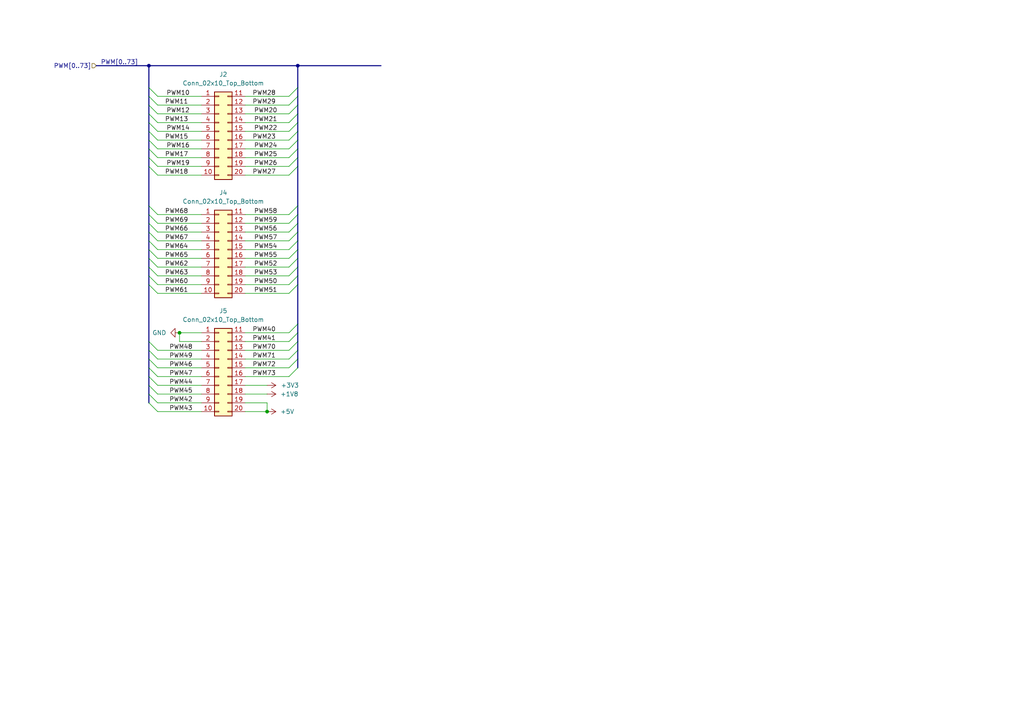
<source format=kicad_sch>
(kicad_sch (version 20231120) (generator "eeschema") (generator_version "8.0")
  (paper "A4")
  (lib_symbols
    (symbol "Connector_Generic:Conn_02x10_Top_Bottom" (pin_names (offset 1.016) hide)
      (property "Reference" "J" (at 1.27 12.7 0))
      (property "Value" "Conn_02x10_Top_Bottom" (at 1.27 -15.24 0))
      (symbol "Conn_02x10_Top_Bottom_1_1"
        (rectangle (start -1.27 -12.573) (end 0 -12.827) (stroke (width 0.1524)))
        (rectangle (start -1.27 -10.033) (end 0 -10.287) (stroke (width 0.1524)))
        (rectangle (start -1.27 -7.493) (end 0 -7.747) (stroke (width 0.1524)))
        (rectangle (start -1.27 -4.953) (end 0 -5.207) (stroke (width 0.1524)))
        (rectangle (start -1.27 -2.413) (end 0 -2.667) (stroke (width 0.1524)))
        (rectangle (start -1.27 0.127) (end 0 -0.127) (stroke (width 0.1524)))
        (rectangle (start -1.27 2.667) (end 0 2.413) (stroke (width 0.1524)))
        (rectangle (start -1.27 5.207) (end 0 4.953) (stroke (width 0.1524)))
        (rectangle (start -1.27 7.747) (end 0 7.493) (stroke (width 0.1524)))
        (rectangle (start -1.27 10.287) (end 0 10.033) (stroke (width 0.1524)))
        (rectangle (start -1.27 11.43) (end 3.81 -13.97) (stroke (width 0.254)) (fill (type background)))
        (rectangle (start 3.81 -12.573) (end 2.54 -12.827) (stroke (width 0.1524)))
        (rectangle (start 3.81 -10.033) (end 2.54 -10.287) (stroke (width 0.1524)))
        (rectangle (start 3.81 -7.493) (end 2.54 -7.747) (stroke (width 0.1524)))
        (rectangle (start 3.81 -4.953) (end 2.54 -5.207) (stroke (width 0.1524)))
        (rectangle (start 3.81 -2.413) (end 2.54 -2.667) (stroke (width 0.1524)))
        (rectangle (start 3.81 0.127) (end 2.54 -0.127) (stroke (width 0.1524)))
        (rectangle (start 3.81 2.667) (end 2.54 2.413) (stroke (width 0.1524)))
        (rectangle (start 3.81 5.207) (end 2.54 4.953) (stroke (width 0.1524)))
        (rectangle (start 3.81 7.747) (end 2.54 7.493) (stroke (width 0.1524)))
        (rectangle (start 3.81 10.287) (end 2.54 10.033) (stroke (width 0.1524)))
        (pin passive line (at -5.08 10.16 0) (length 3.81) (name "Pin_1") (number "1"))
        (pin passive line (at -5.08 -12.7 0) (length 3.81) (name "Pin_10") (number "10"))
        (pin passive line (at 7.62 10.16 180) (length 3.81) (name "Pin_11") (number "11"))
        (pin passive line (at 7.62 7.62 180) (length 3.81) (name "Pin_12") (number "12"))
        (pin passive line (at 7.62 5.08 180) (length 3.81) (name "Pin_13") (number "13"))
        (pin passive line (at 7.62 2.54 180) (length 3.81) (name "Pin_14") (number "14"))
        (pin passive line (at 7.62 0 180) (length 3.81) (name "Pin_15") (number "15"))
        (pin passive line (at 7.62 -2.54 180) (length 3.81) (name "Pin_16") (number "16"))
        (pin passive line (at 7.62 -5.08 180) (length 3.81) (name "Pin_17") (number "17"))
        (pin passive line (at 7.62 -7.62 180) (length 3.81) (name "Pin_18") (number "18"))
        (pin passive line (at 7.62 -10.16 180) (length 3.81) (name "Pin_19") (number "19"))
        (pin passive line (at -5.08 7.62 0) (length 3.81) (name "Pin_2") (number "2"))
        (pin passive line (at 7.62 -12.7 180) (length 3.81) (name "Pin_20") (number "20"))
        (pin passive line (at -5.08 5.08 0) (length 3.81) (name "Pin_3") (number "3"))
        (pin passive line (at -5.08 2.54 0) (length 3.81) (name "Pin_4") (number "4"))
        (pin passive line (at -5.08 0 0) (length 3.81) (name "Pin_5") (number "5"))
        (pin passive line (at -5.08 -2.54 0) (length 3.81) (name "Pin_6") (number "6"))
        (pin passive line (at -5.08 -5.08 0) (length 3.81) (name "Pin_7") (number "7"))
        (pin passive line (at -5.08 -7.62 0) (length 3.81) (name "Pin_8") (number "8"))
        (pin passive line (at -5.08 -10.16 0) (length 3.81) (name "Pin_9") (number "9"))
      )
    )
    (symbol "power:+1V0" (power) (pin_numbers hide) (pin_names (offset 0) hide)
      (property "Value" "+1V0" (at 0 3.556 0))
      (symbol "+1V0_0_1"
        (polyline (pts (xy -0.762 1.27) (xy 0 2.54)))
        (polyline (pts (xy 0 0) (xy 0 2.54)))
        (polyline (pts (xy 0 2.54) (xy 0.762 1.27)))
      )
      (symbol "+1V0_1_1"
        (pin power_in line (at 0 0 90) (length 0) (name "~") (number "1"))
      )
    )
    (symbol "power:+3V3" (power) (pin_numbers hide) (pin_names (offset 0) hide)
      (property "Value" "+3V3" (at 0 3.556 0))
      (symbol "+3V3_0_1"
        (polyline (pts (xy -0.762 1.27) (xy 0 2.54)))
        (polyline (pts (xy 0 0) (xy 0 2.54)))
        (polyline (pts (xy 0 2.54) (xy 0.762 1.27)))
      )
      (symbol "+3V3_1_1"
        (pin power_in line (at 0 0 90) (length 0) (name "~") (number "1"))
      )
    )
    (symbol "power:+5V" (power) (pin_numbers hide) (pin_names (offset 0) hide)
      (property "Value" "+5V" (at 0 3.556 0))
      (symbol "+5V_0_1"
        (polyline (pts (xy -0.762 1.27) (xy 0 2.54)))
        (polyline (pts (xy 0 0) (xy 0 2.54)))
        (polyline (pts (xy 0 2.54) (xy 0.762 1.27)))
      )
      (symbol "+5V_1_1"
        (pin power_in line (at 0 0 90) (length 0) (name "~") (number "1"))
      )
    )
    (symbol "power:GND" (power) (pin_numbers hide) (pin_names (offset 0) hide)
      (property "Value" "GND" (at 0 -3.81 0))
      (symbol "GND_0_1"
        (polyline (pts (xy 0 0) (xy 0 -1.27) (xy 1.27 -1.27) (xy 0 -2.54) (xy -1.27 -1.27) (xy 0 -1.27)))
      )
      (symbol "GND_1_1"
        (pin power_in line (at 0 0 270) (length 0) (name "~") (number "1"))
      )
    )
  )
  (junction (at 43.18 19.05))
  (junction (at 52.07 96.52))
  (junction (at 86.36 19.05))
  (junction (at 77.47 119.38))
  (bus_entry (at 43.18 38.1) (size 2.54 2.54))
  (bus_entry (at 43.18 59.69) (size 2.54 2.54))
  (bus_entry (at 86.36 27.94) (size -2.54 2.54))
  (bus_entry (at 43.18 106.68) (size 2.54 2.54))
  (bus_entry (at 86.36 82.55) (size -2.54 2.54))
  (bus_entry (at 86.36 77.47) (size -2.54 2.54))
  (bus_entry (at 43.18 67.31) (size 2.54 2.54))
  (bus_entry (at 86.36 104.14) (size -2.54 2.54))
  (bus_entry (at 43.18 104.14) (size 2.54 2.54))
  (bus_entry (at 43.18 69.85) (size 2.54 2.54))
  (bus_entry (at 43.18 25.4) (size 2.54 2.54))
  (bus_entry (at 86.36 45.72) (size -2.54 2.54))
  (bus_entry (at 43.18 48.26) (size 2.54 2.54))
  (bus_entry (at 43.18 72.39) (size 2.54 2.54))
  (bus_entry (at 43.18 45.72) (size 2.54 2.54))
  (bus_entry (at 43.18 27.94) (size 2.54 2.54))
  (bus_entry (at 43.18 40.64) (size 2.54 2.54))
  (bus_entry (at 43.18 64.77) (size 2.54 2.54))
  (bus_entry (at 43.18 111.76) (size 2.54 2.54))
  (bus_entry (at 43.18 116.84) (size 2.54 2.54))
  (bus_entry (at 86.36 80.01) (size -2.54 2.54))
  (bus_entry (at 86.36 40.64) (size -2.54 2.54))
  (bus_entry (at 43.18 43.18) (size 2.54 2.54))
  (bus_entry (at 43.18 62.23) (size 2.54 2.54))
  (bus_entry (at 86.36 48.26) (size -2.54 2.54))
  (bus_entry (at 43.18 114.3) (size 2.54 2.54))
  (bus_entry (at 86.36 93.98) (size -2.54 2.54))
  (bus_entry (at 86.36 69.85) (size -2.54 2.54))
  (bus_entry (at 43.18 80.01) (size 2.54 2.54))
  (bus_entry (at 43.18 35.56) (size 2.54 2.54))
  (bus_entry (at 86.36 96.52) (size -2.54 2.54))
  (bus_entry (at 86.36 72.39) (size -2.54 2.54))
  (bus_entry (at 86.36 33.02) (size -2.54 2.54))
  (bus_entry (at 43.18 30.48) (size 2.54 2.54))
  (bus_entry (at 43.18 109.22) (size 2.54 2.54))
  (bus_entry (at 86.36 101.6) (size -2.54 2.54))
  (bus_entry (at 86.36 59.69) (size -2.54 2.54))
  (bus_entry (at 86.36 35.56) (size -2.54 2.54))
  (bus_entry (at 43.18 74.93) (size 2.54 2.54))
  (bus_entry (at 43.18 101.6) (size 2.54 2.54))
  (bus_entry (at 86.36 64.77) (size -2.54 2.54))
  (bus_entry (at 86.36 106.68) (size -2.54 2.54))
  (bus_entry (at 43.18 33.02) (size 2.54 2.54))
  (bus_entry (at 86.36 25.4) (size -2.54 2.54))
  (bus_entry (at 86.36 30.48) (size -2.54 2.54))
  (bus_entry (at 43.18 82.55) (size 2.54 2.54))
  (bus_entry (at 86.36 67.31) (size -2.54 2.54))
  (bus_entry (at 86.36 62.23) (size -2.54 2.54))
  (bus_entry (at 43.18 99.06) (size 2.54 2.54))
  (bus_entry (at 86.36 43.18) (size -2.54 2.54))
  (bus_entry (at 43.18 77.47) (size 2.54 2.54))
  (bus_entry (at 86.36 74.93) (size -2.54 2.54))
  (bus_entry (at 86.36 38.1) (size -2.54 2.54))
  (bus_entry (at 86.36 99.06) (size -2.54 2.54))
  (wire (pts (xy 83.82 104.14) (xy 71.12 104.14)))
  (bus (pts (xy 43.18 74.93) (xy 43.18 77.47)))
  (bus (pts (xy 86.36 38.1) (xy 86.36 40.64)))
  (wire (pts (xy 71.12 111.76) (xy 77.47 111.76)))
  (bus (pts (xy 43.18 109.22) (xy 43.18 111.76)))
  (wire (pts (xy 45.72 119.38) (xy 58.42 119.38)))
  (bus (pts (xy 43.18 114.3) (xy 43.18 116.84)))
  (wire (pts (xy 45.72 85.09) (xy 58.42 85.09)))
  (bus (pts (xy 86.36 35.56) (xy 86.36 38.1)))
  (wire (pts (xy 83.82 27.94) (xy 71.12 27.94)))
  (wire (pts (xy 83.82 72.39) (xy 71.12 72.39)))
  (bus (pts (xy 43.18 40.64) (xy 43.18 43.18)))
  (bus (pts (xy 43.18 72.39) (xy 43.18 74.93)))
  (bus (pts (xy 86.36 62.23) (xy 86.36 64.77)))
  (wire (pts (xy 45.72 27.94) (xy 58.42 27.94)))
  (bus (pts (xy 86.36 80.01) (xy 86.36 82.55)))
  (wire (pts (xy 45.72 40.64) (xy 58.42 40.64)))
  (wire (pts (xy 52.07 99.06) (xy 52.07 96.52)))
  (bus (pts (xy 86.36 96.52) (xy 86.36 99.06)))
  (wire (pts (xy 71.12 119.38) (xy 77.47 119.38)))
  (wire (pts (xy 45.72 30.48) (xy 58.42 30.48)))
  (wire (pts (xy 83.82 67.31) (xy 71.12 67.31)))
  (wire (pts (xy 83.82 43.18) (xy 71.12 43.18)))
  (wire (pts (xy 45.72 50.8) (xy 58.42 50.8)))
  (bus (pts (xy 43.18 19.05) (xy 86.36 19.05)))
  (wire (pts (xy 83.82 82.55) (xy 71.12 82.55)))
  (wire (pts (xy 45.72 116.84) (xy 58.42 116.84)))
  (wire (pts (xy 45.72 33.02) (xy 58.42 33.02)))
  (wire (pts (xy 83.82 35.56) (xy 71.12 35.56)))
  (bus (pts (xy 86.36 67.31) (xy 86.36 69.85)))
  (bus (pts (xy 43.18 33.02) (xy 43.18 35.56)))
  (bus (pts (xy 86.36 43.18) (xy 86.36 45.72)))
  (bus (pts (xy 86.36 59.69) (xy 86.36 62.23)))
  (bus (pts (xy 43.18 45.72) (xy 43.18 48.26)))
  (bus (pts (xy 43.18 59.69) (xy 43.18 62.23)))
  (bus (pts (xy 86.36 25.4) (xy 86.36 27.94)))
  (wire (pts (xy 45.72 80.01) (xy 58.42 80.01)))
  (bus (pts (xy 86.36 64.77) (xy 86.36 67.31)))
  (wire (pts (xy 45.72 101.6) (xy 58.42 101.6)))
  (bus (pts (xy 86.36 77.47) (xy 86.36 80.01)))
  (wire (pts (xy 45.72 64.77) (xy 58.42 64.77)))
  (bus (pts (xy 43.18 99.06) (xy 43.18 101.6)))
  (wire (pts (xy 83.82 96.52) (xy 71.12 96.52)))
  (wire (pts (xy 83.82 85.09) (xy 71.12 85.09)))
  (wire (pts (xy 83.82 40.64) (xy 71.12 40.64)))
  (wire (pts (xy 45.72 111.76) (xy 58.42 111.76)))
  (wire (pts (xy 45.72 74.93) (xy 58.42 74.93)))
  (bus (pts (xy 43.18 30.48) (xy 43.18 33.02)))
  (bus (pts (xy 86.36 69.85) (xy 86.36 72.39)))
  (bus (pts (xy 86.36 40.64) (xy 86.36 43.18)))
  (wire (pts (xy 45.72 82.55) (xy 58.42 82.55)))
  (bus (pts (xy 43.18 19.05) (xy 43.18 25.4)))
  (bus (pts (xy 43.18 27.94) (xy 43.18 30.48)))
  (bus (pts (xy 43.18 64.77) (xy 43.18 67.31)))
  (bus (pts (xy 43.18 38.1) (xy 43.18 40.64)))
  (bus (pts (xy 86.36 93.98) (xy 86.36 96.52)))
  (wire (pts (xy 45.72 109.22) (xy 58.42 109.22)))
  (wire (pts (xy 77.47 116.84) (xy 77.47 119.38)))
  (bus (pts (xy 86.36 30.48) (xy 86.36 33.02)))
  (wire (pts (xy 83.82 99.06) (xy 71.12 99.06)))
  (wire (pts (xy 45.72 67.31) (xy 58.42 67.31)))
  (wire (pts (xy 83.82 45.72) (xy 71.12 45.72)))
  (bus (pts (xy 86.36 99.06) (xy 86.36 101.6)))
  (wire (pts (xy 83.82 109.22) (xy 71.12 109.22)))
  (bus (pts (xy 86.36 104.14) (xy 86.36 106.68)))
  (wire (pts (xy 83.82 101.6) (xy 71.12 101.6)))
  (wire (pts (xy 83.82 30.48) (xy 71.12 30.48)))
  (wire (pts (xy 83.82 77.47) (xy 71.12 77.47)))
  (wire (pts (xy 45.72 43.18) (xy 58.42 43.18)))
  (wire (pts (xy 45.72 35.56) (xy 58.42 35.56)))
  (wire (pts (xy 45.72 69.85) (xy 58.42 69.85)))
  (wire (pts (xy 58.42 99.06) (xy 52.07 99.06)))
  (bus (pts (xy 86.36 33.02) (xy 86.36 35.56)))
  (bus (pts (xy 86.36 19.05) (xy 86.36 25.4)))
  (bus (pts (xy 43.18 25.4) (xy 43.18 27.94)))
  (wire (pts (xy 45.72 62.23) (xy 58.42 62.23)))
  (wire (pts (xy 45.72 72.39) (xy 58.42 72.39)))
  (bus (pts (xy 86.36 27.94) (xy 86.36 30.48)))
  (bus (pts (xy 43.18 69.85) (xy 43.18 72.39)))
  (bus (pts (xy 43.18 80.01) (xy 43.18 82.55)))
  (wire (pts (xy 83.82 50.8) (xy 71.12 50.8)))
  (wire (pts (xy 83.82 62.23) (xy 71.12 62.23)))
  (bus (pts (xy 86.36 72.39) (xy 86.36 74.93)))
  (bus (pts (xy 43.18 104.14) (xy 43.18 106.68)))
  (bus (pts (xy 43.18 62.23) (xy 43.18 64.77)))
  (wire (pts (xy 71.12 116.84) (xy 77.47 116.84)))
  (wire (pts (xy 83.82 38.1) (xy 71.12 38.1)))
  (wire (pts (xy 83.82 80.01) (xy 71.12 80.01)))
  (bus (pts (xy 86.36 45.72) (xy 86.36 48.26)))
  (bus (pts (xy 43.18 111.76) (xy 43.18 114.3)))
  (wire (pts (xy 45.72 104.14) (xy 58.42 104.14)))
  (bus (pts (xy 43.18 101.6) (xy 43.18 104.14)))
  (bus (pts (xy 43.18 35.56) (xy 43.18 38.1)))
  (wire (pts (xy 45.72 77.47) (xy 58.42 77.47)))
  (bus (pts (xy 86.36 101.6) (xy 86.36 104.14)))
  (wire (pts (xy 71.12 114.3) (xy 77.47 114.3)))
  (wire (pts (xy 83.82 48.26) (xy 71.12 48.26)))
  (bus (pts (xy 86.36 74.93) (xy 86.36 77.47)))
  (bus (pts (xy 43.18 48.26) (xy 43.18 59.69)))
  (bus (pts (xy 43.18 106.68) (xy 43.18 109.22)))
  (wire (pts (xy 45.72 114.3) (xy 58.42 114.3)))
  (wire (pts (xy 83.82 33.02) (xy 71.12 33.02)))
  (wire (pts (xy 83.82 106.68) (xy 71.12 106.68)))
  (bus (pts (xy 43.18 77.47) (xy 43.18 80.01)))
  (wire (pts (xy 45.72 45.72) (xy 58.42 45.72)))
  (bus (pts (xy 86.36 82.55) (xy 86.36 93.98)))
  (bus (pts (xy 86.36 19.05) (xy 110.49 19.05)))
  (bus (pts (xy 43.18 43.18) (xy 43.18 45.72)))
  (wire (pts (xy 45.72 48.26) (xy 58.42 48.26)))
  (wire (pts (xy 83.82 69.85) (xy 71.12 69.85)))
  (wire (pts (xy 83.82 64.77) (xy 71.12 64.77)))
  (wire (pts (xy 58.42 96.52) (xy 52.07 96.52)))
  (bus (pts (xy 86.36 48.26) (xy 86.36 59.69)))
  (wire (pts (xy 45.72 106.68) (xy 58.42 106.68)))
  (wire (pts (xy 45.72 38.1) (xy 58.42 38.1)))
  (bus (pts (xy 43.18 82.55) (xy 43.18 99.06)))
  (wire (pts (xy 83.82 74.93) (xy 71.12 74.93)))
  (bus (pts (xy 43.18 67.31) (xy 43.18 69.85)))
  (bus (pts (xy 27.94 19.05) (xy 43.18 19.05)))
  (label "PWM24" (at 73.66 43.18 0))
  (label "PWM59" (at 73.66 64.77 0))
  (label "PWM44" (at 55.88 111.76 180))
  (label "PWM41" (at 80.01 99.06 180))
  (label "PWM72" (at 80.01 106.68 180))
  (label "PWM51" (at 73.66 85.09 0))
  (label "PWM70" (at 80.01 101.6 180))
  (label "PWM56" (at 73.66 67.31 0))
  (label "PWM21" (at 73.66 35.56 0))
  (label "PWM27" (at 80.01 50.8 180))
  (label "PWM48" (at 55.88 101.6 180))
  (label "PWM40" (at 80.01 96.52 180))
  (label "PWM11" (at 54.61 30.48 180))
  (label "PWM49" (at 55.88 104.14 180))
  (label "PWM42" (at 55.88 116.84 180))
  (label "PWM[0..73]" (at 29.21 19.05 0))
  (label "PWM55" (at 73.66 74.93 0))
  (label "PWM23" (at 80.01 40.64 180))
  (label "PWM17" (at 54.61 45.72 180))
  (label "PWM52" (at 73.66 77.47 0))
  (label "PWM22" (at 73.66 38.1 0))
  (label "PWM12" (at 48.26 33.02 0))
  (label "PWM65" (at 54.61 74.93 180))
  (label "PWM66" (at 54.61 67.31 180))
  (label "PWM16" (at 48.26 43.18 0))
  (label "PWM53" (at 73.66 80.01 0))
  (label "PWM10" (at 48.26 27.94 0))
  (label "PWM71" (at 80.01 104.14 180))
  (label "PWM19" (at 48.26 48.26 0))
  (label "PWM15" (at 54.61 40.64 180))
  (label "PWM73" (at 80.01 109.22 180))
  (label "PWM68" (at 54.61 62.23 180))
  (label "PWM58" (at 73.66 62.23 0))
  (label "PWM61" (at 54.61 85.09 180))
  (label "PWM69" (at 54.61 64.77 180))
  (label "PWM26" (at 73.66 48.26 0))
  (label "PWM60" (at 54.61 82.55 180))
  (label "PWM14" (at 48.26 38.1 0))
  (label "PWM67" (at 54.61 69.85 180))
  (label "PWM20" (at 73.66 33.02 0))
  (label "PWM63" (at 54.61 80.01 180))
  (label "PWM50" (at 73.66 82.55 0))
  (label "PWM57" (at 73.66 69.85 0))
  (label "PWM29" (at 80.01 30.48 180))
  (label "PWM13" (at 54.61 35.56 180))
  (label "PWM54" (at 73.66 72.39 0))
  (label "PWM43" (at 55.88 119.38 180))
  (label "PWM25" (at 73.66 45.72 0))
  (label "PWM62" (at 54.61 77.47 180))
  (label "JTAG_EN" (at 346.71 165.1 0))
  (label "PWM47" (at 55.88 109.22 180))
  (label "PWM46" (at 55.88 106.68 180))
  (label "PWM18" (at 54.61 50.8 180))
  (label "PWM45" (at 55.88 114.3 180))
  (label "PWM64" (at 54.61 72.39 180))
  (label "PWM28" (at 80.01 27.94 180))
  (hierarchical_label "PWM[0..73]" (shape input) (at 27.94 19.05 180))
  (symbol (lib_id "Connector_Generic:Conn_02x10_Top_Bottom") (at 63.5 38.1 0) (unit 1)
    (property "Reference" "J2" (at 64.77 21.59 0))
    (property "Value" "Conn_02x10_Top_Bottom" (at 64.77 24.13 0))
    (property "Footprint" "Connector_PinHeader_1.27mm:PinHeader_2x10_P1.27mm_Vertical_SMD" (effects (hide yes)))
    (property "Description" "Generic connector, double row, 02x10, top/bottom pin numbering scheme (row 1: 1...pins_per_row, row2: pins_per_row+1 ... num_pins), script generated (kicad-library-utils/schlib/autogen/connector/)" (effects (hide yes)))
  )
  (symbol (lib_id "power:+3V3") (at 77.47 111.76 270) (unit 1)
    (property "Reference" "#PWR067" (effects (hide yes)))
    (property "Value" "+3V3" (at 84.074 111.76 90))
    (property "Description" "Power symbol creates a global label with name \"+3V3\"" (effects (hide yes)))
  )
  (symbol (lib_id "Connector_Generic:Conn_02x10_Top_Bottom") (at 63.5 72.39 0) (unit 1)
    (property "Reference" "J4" (at 64.77 55.88 0))
    (property "Value" "Conn_02x10_Top_Bottom" (at 64.77 58.42 0))
    (property "Footprint" "Connector_PinHeader_1.27mm:PinHeader_2x10_P1.27mm_Vertical_SMD" (effects (hide yes)))
    (property "Description" "Generic connector, double row, 02x10, top/bottom pin numbering scheme (row 1: 1...pins_per_row, row2: pins_per_row+1 ... num_pins), script generated (kicad-library-utils/schlib/autogen/connector/)" (effects (hide yes)))
  )
  (symbol (lib_id "power:+5V") (at 77.47 119.38 270) (unit 1)
    (property "Reference" "#PWR015" (effects (hide yes)))
    (property "Value" "+5V" (at 81.28 119.3799 90) (effects (justify left)))
    (property "Description" "Power symbol creates a global label with name \"+5V\"" (effects (hide yes)))
  )
  (symbol (lib_id "power:GND") (at 52.07 96.52 270) (unit 1)
    (property "Reference" "#PWR055" (effects (hide yes)))
    (property "Value" "GND" (at 48.26 96.5201 90) (effects (justify right)))
    (property "Description" "Power symbol creates a global label with name \"GND\" , ground" (effects (hide yes)))
  )
  (symbol (lib_id "Connector_Generic:Conn_02x10_Top_Bottom") (at 63.5 106.68 0) (unit 1)
    (property "Reference" "J5" (at 64.77 90.17 0))
    (property "Value" "Conn_02x10_Top_Bottom" (at 64.77 92.71 0))
    (property "Footprint" "Connector_PinHeader_1.27mm:PinHeader_2x10_P1.27mm_Vertical_SMD" (effects (hide yes)))
    (property "Description" "Generic connector, double row, 02x10, top/bottom pin numbering scheme (row 1: 1...pins_per_row, row2: pins_per_row+1 ... num_pins), script generated (kicad-library-utils/schlib/autogen/connector/)" (effects (hide yes)))
  )
  (symbol (lib_id "power:+1V0") (at 77.47 114.3 270) (unit 1)
    (property "Reference" "#PWR066" (effects (hide yes)))
    (property "Value" "+1V8" (at 81.28 114.2999 90) (effects (justify left)))
    (property "Description" "Power symbol creates a global label with name \"+1V0\"" (effects (hide yes)))
  )
)
</source>
